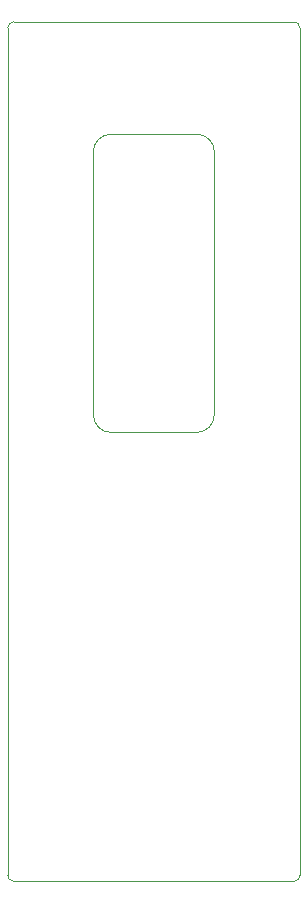
<source format=gko>
G04 #@! TF.GenerationSoftware,KiCad,Pcbnew,(5.1.0-0)*
G04 #@! TF.CreationDate,2019-06-09T21:10:29+02:00*
G04 #@! TF.ProjectId,blackpill-pendant,626c6163-6b70-4696-9c6c-2d70656e6461,rev?*
G04 #@! TF.SameCoordinates,Original*
G04 #@! TF.FileFunction,Profile,NP*
%FSLAX46Y46*%
G04 Gerber Fmt 4.6, Leading zero omitted, Abs format (unit mm)*
G04 Created by KiCad (PCBNEW (5.1.0-0)) date 2019-06-09 21:10:29*
%MOMM*%
%LPD*%
G04 APERTURE LIST*
%ADD10C,0.050000*%
G04 APERTURE END LIST*
D10*
X77250000Y-51750000D02*
G75*
G02X77750000Y-51250000I500000J0D01*
G01*
X101500000Y-51250000D02*
G75*
G02X102000000Y-51750000I0J-500000D01*
G01*
X102000000Y-123500000D02*
G75*
G02X101500000Y-124000000I-500000J0D01*
G01*
X77750000Y-124000000D02*
G75*
G02X77250000Y-123500000I0J500000D01*
G01*
X94750000Y-84500000D02*
G75*
G02X93250000Y-86000000I-1500000J0D01*
G01*
X86000000Y-86000000D02*
G75*
G02X84500000Y-84500000I0J1500000D01*
G01*
X93250000Y-60750000D02*
G75*
G02X94750000Y-62250000I0J-1500000D01*
G01*
X84500000Y-62250000D02*
G75*
G02X86000000Y-60750000I1500000J0D01*
G01*
X94750000Y-62250000D02*
X94750000Y-84500000D01*
X86000000Y-60750000D02*
X93250000Y-60750000D01*
X84500000Y-84500000D02*
X84500000Y-62250000D01*
X93250000Y-86000000D02*
X86000000Y-86000000D01*
X77250000Y-51750000D02*
X77250000Y-123500000D01*
X101500000Y-51250000D02*
X77750000Y-51250000D01*
X102000000Y-123500000D02*
X102000000Y-51750000D01*
X77750000Y-124000000D02*
X101500000Y-124000000D01*
M02*

</source>
